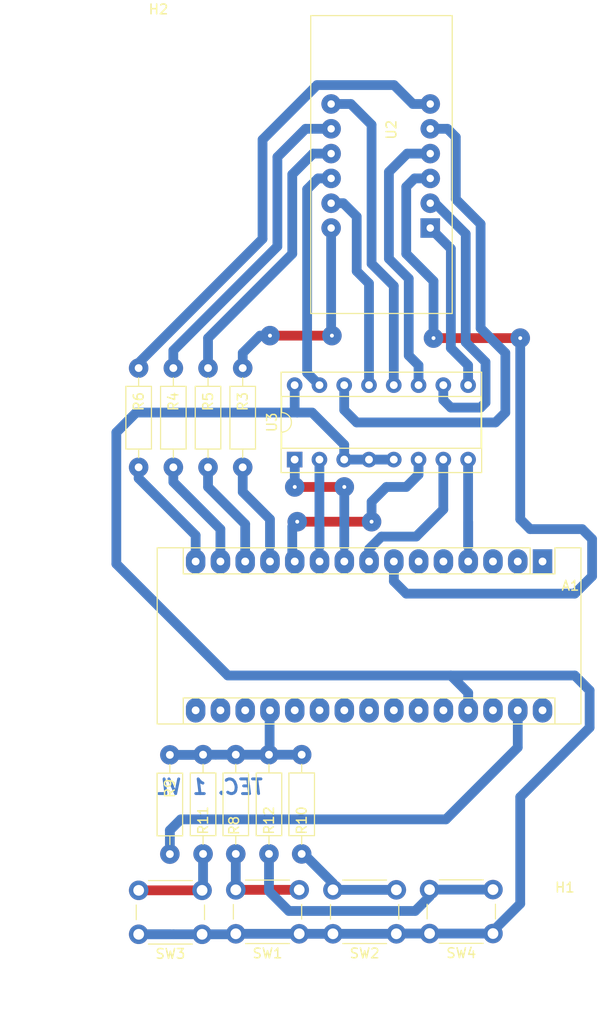
<source format=kicad_pcb>
(kicad_pcb (version 20211014) (generator pcbnew)
  (layers (0 "F.Cu" signal) (31 "B.Cu" signal) (34 "B.Paste" user) (35 "F.Paste" user) (36 "B.SilkS" user "B.Silkscreen") (37 "F.SilkS" user "F.Silkscreen") (38 "B.Mask" user) (39 "F.Mask" user) (44 "Edge.Cuts" user))
  (net 0 "")
  (net 2 "GND")
  (net 4 "/A")
  (net 10 "+5V")
  (net 12 "/a")
  (net 13 "/f")
  (net 14 "/b")
  (net 15 "/g")
  (net 16 "/c")
  (net 17 "/d")
  (net 18 "/e")
  (net 26 "Net-(R8-Pad2)")
  (net 27 "Net-(R6-Pad2)")
  (net 28 "Net-(R5-Pad2)")
  (net 29 "Net-(R4-Pad2)")
  (net 30 "Net-(R3-Pad2)")
  (net 31 "Net-(R12-Pad2)")
  (net 32 "Net-(R11-Pad2)")
  (net 33 "Net-(R10-Pad2)")
  (net 34 "/DPX")
  (net 35 "/CC4")
  (net 36 "/CC3")
  (net 37 "/CC2")
  (net 38 "/CC1")
  (net 39 "/A0")
  (net 40 "/B")
  (net 41 "/C")
  (net 42 "/D")
  (footprint "Buttons_Switches_ThroughHole:SW_PUSH_6mm_h5mm" (layer "F.Cu") (at 143.277165 127.149567 180)
    (fp_text reference "SW2" (at 3.25 -2 180) (layer "F.SilkS"))
    (fp_text value "SW_Push")
    (fp_line (start 1 5.5) (end 5.5 5.5) (layer "F.SilkS") (width 0.12))
    (fp_line (start 6.75 3) (end 6.75 1.5) (layer "F.SilkS") (width 0.12))
    (fp_line (start 5.5 -1) (end 1 -1) (layer "F.SilkS") (width 0.12))
    (fp_line (start -0.25 1.5) (end -0.25 3) (layer "F.SilkS") (width 0.12))
    (pad "1" thru_hole circle locked (at 0 0 270) (size 2 2) (drill 1.1) (layers *.Cu *.Mask) (net 10 "+5V"))
    (pad "1" thru_hole circle locked (at 6.5 0 270) (size 2 2) (drill 1.1) (layers *.Cu *.Mask) (net 10 "+5V"))
    (pad "2" thru_hole circle locked (at 6.5 4.5 270) (size 2 2) (drill 1.1) (layers *.Cu *.Mask) (net 33 "Net-(R10-Pad2)"))
    (pad "2" thru_hole circle locked (at 0 4.5 270) (size 2 2) (drill 1.1) (layers *.Cu *.Mask) (net 33 "Net-(R10-Pad2)"))
  )
  (footprint "Buttons_Switches_ThroughHole:SW_PUSH_6mm_h5mm" (layer "F.Cu") (at 153.183165 127.124167 180)
    (fp_text reference "SW4" (at 3.25 -2) (layer "F.SilkS"))
    (fp_text value "SW_Push")
    (fp_line (start 5.5 -1) (end 1 -1) (layer "F.SilkS") (width 0.12))
    (fp_line (start 6.75 3) (end 6.75 1.5) (layer "F.SilkS") (width 0.12))
    (fp_line (start -0.25 1.5) (end -0.25 3) (layer "F.SilkS") (width 0.12))
    (fp_line (start 1 5.5) (end 5.5 5.5) (layer "F.SilkS") (width 0.12))
    (pad "1" thru_hole circle locked (at 6.5 0 270) (size 2 2) (drill 1.1) (layers *.Cu *.Mask) (net 10 "+5V"))
    (pad "1" thru_hole circle locked (at 0 0 270) (size 2 2) (drill 1.1) (layers *.Cu *.Mask) (net 10 "+5V"))
    (pad "2" thru_hole circle locked (at 6.5 4.5 270) (size 2 2) (drill 1.1) (layers *.Cu *.Mask) (net 31 "Net-(R12-Pad2)"))
    (pad "2" thru_hole circle locked (at 0 4.5 270) (size 2 2) (drill 1.1) (layers *.Cu *.Mask) (net 31 "Net-(R12-Pad2)"))
  )
  (footprint "Buttons_Switches_ThroughHole:SW_PUSH_6mm_h5mm" (layer "F.Cu") (at 123.363565 127.200367 180)
    (fp_text reference "SW3" (at 3.25 -2 180) (layer "F.SilkS"))
    (fp_text value "SW_Push")
    (fp_line (start 5.5 -1) (end 1 -1) (layer "F.SilkS") (width 0.12))
    (fp_line (start 1 5.5) (end 5.5 5.5) (layer "F.SilkS") (width 0.12))
    (fp_line (start -0.25 1.5) (end -0.25 3) (layer "F.SilkS") (width 0.12))
    (fp_line (start 6.75 3) (end 6.75 1.5) (layer "F.SilkS") (width 0.12))
    (pad "1" thru_hole circle locked (at 0 0 270) (size 2 2) (drill 1.1) (layers *.Cu *.Mask) (net 10 "+5V"))
    (pad "1" thru_hole circle locked (at 6.5 0 270) (size 2 2) (drill 1.1) (layers *.Cu *.Mask) (net 10 "+5V"))
    (pad "2" thru_hole circle locked (at 0 4.5 270) (size 2 2) (drill 1.1) (layers *.Cu *.Mask) (net 32 "Net-(R11-Pad2)"))
    (pad "2" thru_hole circle locked (at 6.5 4.5 270) (size 2 2) (drill 1.1) (layers *.Cu *.Mask) (net 32 "Net-(R11-Pad2)"))
  )
  (footprint "Buttons_Switches_ThroughHole:SW_PUSH_6mm_h5mm" (layer "F.Cu") (at 133.320365 127.149567 180)
    (fp_text reference "SW1" (at 3.25 -2 180) (layer "F.SilkS"))
    (fp_text value "SW_Push")
    (fp_line (start 6.75 3) (end 6.75 1.5) (layer "F.SilkS") (width 0.12))
    (fp_line (start -0.25 1.5) (end -0.25 3) (layer "F.SilkS") (width 0.12))
    (fp_line (start 5.5 -1) (end 1 -1) (layer "F.SilkS") (width 0.12))
    (fp_line (start 1 5.5) (end 5.5 5.5) (layer "F.SilkS") (width 0.12))
    (pad "1" thru_hole circle locked (at 0 0 270) (size 2 2) (drill 1.1) (layers *.Cu *.Mask) (net 10 "+5V"))
    (pad "1" thru_hole circle locked (at 6.5 0 270) (size 2 2) (drill 1.1) (layers *.Cu *.Mask) (net 10 "+5V"))
    (pad "2" thru_hole circle locked (at 0 4.5 270) (size 2 2) (drill 1.1) (layers *.Cu *.Mask) (net 26 "Net-(R8-Pad2)"))
    (pad "2" thru_hole circle locked (at 6.5 4.5 270) (size 2 2) (drill 1.1) (layers *.Cu *.Mask) (net 26 "Net-(R8-Pad2)"))
  )
  (footprint "LibreriaCustumLemos:R_Axial_DIN0207_L6.3mm_D2.5mm_P10.16mm_Horizontal" (layer "F.Cu") (at 126.817965 108.810767 -90)
    (fp_text reference "R8" (at 7.247233 0.173565 -90) (layer "F.SilkS"))
    (fp_text value "1000")
    (fp_line (start 1.87 1.31) (end 8.29 1.31) (layer "F.SilkS") (width 0.12))
    (fp_line (start 9.18 0) (end 8.29 0) (layer "F.SilkS") (width 0.12))
    (fp_line (start 8.29 1.31) (end 8.29 -1.31) (layer "F.SilkS") (width 0.12))
    (fp_line (start 8.29 -1.31) (end 1.87 -1.31) (layer "F.SilkS") (width 0.12))
    (fp_line (start 1.87 -1.31) (end 1.87 1.31) (layer "F.SilkS") (width 0.12))
    (fp_line (start 0.98 0) (end 1.87 0) (layer "F.SilkS") (width 0.12))
    (pad "1" thru_hole circle locked (at 0 0 270) (size 2 2) (drill 0.8) (layers *.Cu *.Mask) (net 39 "/A0"))
    (pad "2" thru_hole circle locked (at 10.16 0 270) (size 2 2) (drill 0.8) (layers *.Cu *.Mask) (net 26 "Net-(R8-Pad2)"))
  )
  (footprint "LibreriaCustumLemos:R_Axial_DIN0207_L6.3mm_D2.5mm_P10.16mm_Horizontal" (layer "F.Cu") (at 120.061565 118.990767 90)
    (fp_text reference "R9" (at 6.731 0 90) (layer "F.SilkS"))
    (fp_text value "1000")
    (fp_line (start 8.29 -1.31) (end 1.87 -1.31) (layer "F.SilkS") (width 0.12))
    (fp_line (start 0.98 0) (end 1.87 0) (layer "F.SilkS") (width 0.12))
    (fp_line (start 1.87 -1.31) (end 1.87 1.31) (layer "F.SilkS") (width 0.12))
    (fp_line (start 9.18 0) (end 8.29 0) (layer "F.SilkS") (width 0.12))
    (fp_line (start 8.29 1.31) (end 8.29 -1.31) (layer "F.SilkS") (width 0.12))
    (fp_line (start 1.87 1.31) (end 8.29 1.31) (layer "F.SilkS") (width 0.12))
    (pad "1" thru_hole circle locked (at 0 0 90) (size 2 2) (drill 0.8) (layers *.Cu *.Mask) (net 2 "GND"))
    (pad "2" thru_hole circle locked (at 10.16 0 90) (size 2 2) (drill 0.8) (layers *.Cu *.Mask) (net 39 "/A0"))
  )
  (footprint "LibreriaCustumLemos:R_Axial_DIN0207_L6.3mm_D2.5mm_P10.16mm_Horizontal" (layer "F.Cu") (at 133.574365 108.810767 -90)
    (fp_text reference "R10" (at 6.731 0 -90) (layer "F.SilkS"))
    (fp_text value "2200")
    (fp_line (start 1.87 1.31) (end 8.29 1.31) (layer "F.SilkS") (width 0.12))
    (fp_line (start 8.29 1.31) (end 8.29 -1.31) (layer "F.SilkS") (width 0.12))
    (fp_line (start 1.87 -1.31) (end 1.87 1.31) (layer "F.SilkS") (width 0.12))
    (fp_line (start 8.29 -1.31) (end 1.87 -1.31) (layer "F.SilkS") (width 0.12))
    (fp_line (start 0.98 0) (end 1.87 0) (layer "F.SilkS") (width 0.12))
    (fp_line (start 9.18 0) (end 8.29 0) (layer "F.SilkS") (width 0.12))
    (pad "1" thru_hole circle locked (at 0 0 270) (size 2 2) (drill 0.8) (layers *.Cu *.Mask) (net 39 "/A0"))
    (pad "2" thru_hole circle locked (at 10.16 0 270) (size 2 2) (drill 0.8) (layers *.Cu *.Mask) (net 33 "Net-(R10-Pad2)"))
  )
  (footprint "LibreriaCustumLemos:R_Axial_DIN0207_L6.3mm_D2.5mm_P10.16mm_Horizontal" (layer "F.Cu") (at 130.221565 108.810767 -90)
    (fp_text reference "R12" (at 6.731 0 -90) (layer "F.SilkS"))
    (fp_text value "4700")
    (fp_line (start 8.29 1.31) (end 8.29 -1.31) (layer "F.SilkS") (width 0.12))
    (fp_line (start 0.98 0) (end 1.87 0) (layer "F.SilkS") (width 0.12))
    (fp_line (start 1.87 1.31) (end 8.29 1.31) (layer "F.SilkS") (width 0.12))
    (fp_line (start 9.18 0) (end 8.29 0) (layer "F.SilkS") (width 0.12))
    (fp_line (start 8.29 -1.31) (end 1.87 -1.31) (layer "F.SilkS") (width 0.12))
    (fp_line (start 1.87 -1.31) (end 1.87 1.31) (layer "F.SilkS") (width 0.12))
    (pad "1" thru_hole circle locked (at 0 0 270) (size 2 2) (drill 0.8) (layers *.Cu *.Mask) (net 39 "/A0"))
    (pad "2" thru_hole circle locked (at 10.16 0 270) (size 2 2) (drill 0.8) (layers *.Cu *.Mask) (net 31 "Net-(R12-Pad2)"))
  )
  (footprint "LibreriaCustumLemos:R_Axial_DIN0207_L6.3mm_D2.5mm_P10.16mm_Horizontal" (layer "F.Cu") (at 123.465165 108.810767 -90)
    (fp_text reference "R11" (at 6.731 0 90) (layer "F.SilkS"))
    (fp_text value "3300")
    (fp_line (start 8.29 -1.31) (end 1.87 -1.31) (layer "F.SilkS") (width 0.12))
    (fp_line (start 9.18 0) (end 8.29 0) (layer "F.SilkS") (width 0.12))
    (fp_line (start 0.98 0) (end 1.87 0) (layer "F.SilkS") (width 0.12))
    (fp_line (start 8.29 1.31) (end 8.29 -1.31) (layer "F.SilkS") (width 0.12))
    (fp_line (start 1.87 -1.31) (end 1.87 1.31) (layer "F.SilkS") (width 0.12))
    (fp_line (start 1.87 1.31) (end 8.29 1.31) (layer "F.SilkS") (width 0.12))
    (pad "1" thru_hole circle locked (at 0 0 270) (size 2 2) (drill 0.8) (layers *.Cu *.Mask) (net 39 "/A0"))
    (pad "2" thru_hole circle locked (at 10.16 0 270) (size 2 2) (drill 0.8) (layers *.Cu *.Mask) (net 32 "Net-(R11-Pad2)"))
  )
  (footprint "Display_7Segment:CL3641BB" (layer "F.Cu") (at 141.753165 48.886767 90)
    (fp_text reference "U2" (at 4.064 1.016 90) (layer "F.SilkS"))
    (fp_text value "CC56-12EWA")
    (fp_line (start 15.75 7.25) (end 15.75 -7.25) (layer "F.SilkS") (width 0.12))
    (fp_line (start -14.75 7.25) (end 15.75 7.25) (layer "F.SilkS") (width 0.12))
    (fp_line (start 15.75 -7.25) (end -14.75 -7.25) (layer "F.SilkS") (width 0.12))
    (fp_line (start -14.75 -7.25) (end -14.75 7.25) (layer "F.SilkS") (width 0.12))
    (pad "1" thru_hole rect locked (at -6 5 90) (size 2 2) (drill 0.762) (layers *.Cu *.Mask) (net 18 "/e"))
    (pad "2" thru_hole circle locked (at -3.46 5 90) (size 2 2) (drill 0.762) (layers *.Cu *.Mask) (net 17 "/d"))
    (pad "3" thru_hole circle locked (at -0.92 5 90) (size 2 2) (drill 0.762) (layers *.Cu *.Mask) (net 34 "/DPX"))
    (pad "4" thru_hole circle locked (at 1.62 5 90) (size 2 2) (drill 0.762) (layers *.Cu *.Mask) (net 16 "/c"))
    (pad "5" thru_hole circle locked (at 4.16 5 90) (size 2 2) (drill 0.762) (layers *.Cu *.Mask) (net 15 "/g"))
    (pad "6" thru_hole circle locked (at 6.7 5 90) (size 2 2) (drill 0.762) (layers *.Cu *.Mask) (net 27 "Net-(R6-Pad2)"))
    (pad "7" thru_hole circle locked (at 6.7 -5.16 90) (size 2 2) (drill 0.762) (layers *.Cu *.Mask) (net 14 "/b"))
    (pad "8" thru_hole circle locked (at 4.16 -5.16 90) (size 2 2) (drill 0.762) (layers *.Cu *.Mask) (net 29 "Net-(R4-Pad2)"))
    (pad "9" thru_hole circle locked (at 1.62 -5.16 90) (size 2 2) (drill 0.762) (layers *.Cu *.Mask) (net 28 "Net-(R5-Pad2)"))
    (pad "10" thru_hole circle locked (at -0.92 -5.16 90) (size 2 2) (drill 0.762) (layers *.Cu *.Mask) (net 13 "/f"))
    (pad "11" thru_hole circle locked (at -3.46 -5.16 90) (size 2 2) (drill 0.762) (layers *.Cu *.Mask) (net 12 "/a"))
    (pad "12" thru_hole circle locked (at -6 -5.16 90) (size 2 2) (drill 0.762) (layers *.Cu *.Mask) (net 30 "Net-(R3-Pad2)"))
  )
  (footprint "LibreriaCustomLemos:Arduino_Nano_WithMountingHoles" (layer "F.Cu") (at 158.263165 89.028767 -90)
    (fp_text reference "A1" (at 2.4765 -2.8575) (layer "F.SilkS"))
    (fp_text value "Arduino_Nano_v3.x")
    (fp_line (start 1.27 1.27) (end -1.4 1.27) (layer "F.SilkS") (width 0.12))
    (fp_line (start 13.97 -1.27) (end 13.97 36.83) (layer "F.SilkS") (width 0.12))
    (fp_line (start 1.27 1.27) (end 1.27 36.83) (layer "F.SilkS") (width 0.12))
    (fp_line (start 1.27 -1.27) (end -1.4 -1.27) (layer "F.SilkS") (width 0.12))
    (fp_line (start 16.64 -3.94) (end -1.4 -3.94) (layer "F.SilkS") (width 0.12))
    (fp_line (start 13.97 -1.27) (end 16.64 -1.27) (layer "F.SilkS") (width 0.12))
    (fp_line (start 1.27 1.27) (end 1.27 -1.27) (layer "F.SilkS") (width 0.12))
    (fp_line (start -1.4 1.27) (end -1.4 39.5) (layer "F.SilkS") (width 0.12))
    (fp_line (start 13.97 36.83) (end 16.64 36.83) (layer "F.SilkS") (width 0.12))
    (fp_line (start 16.64 39.5) (end 16.64 -3.94) (layer "F.SilkS") (width 0.12))
    (fp_line (start -1.4 39.5) (end 16.64 39.5) (layer "F.SilkS") (width 0.12))
    (fp_line (start 1.27 36.83) (end -1.4 36.83) (layer "F.SilkS") (width 0.12))
    (fp_line (start -1.4 -3.94) (end -1.4 -1.27) (layer "F.SilkS") (width 0.12))
    (pad "" np_thru_hole circle locked (at 15.24 -2.54 270) (size 1.78 1.78) (drill 1.78) (layers *.Cu *.Mask))
    (pad "" np_thru_hole circle locked (at 0 38.1 270) (size 1.78 1.78) (drill 1.78) (layers *.Cu *.Mask))
    (pad "" np_thru_hole circle locked (at 15.24 38.1 270) (size 1.78 1.78) (drill 1.78) (layers *.Cu *.Mask))
    (pad "" np_thru_hole circle locked (at 0 -2.54 270) (size 1.78 1.78) (drill 1.78) (layers *.Cu *.Mask))
    (pad "1" thru_hole rect locked (at 0 0 270) (size 2.5 2) (drill 0.8) (layers *.Cu *.Mask))
    (pad "2" thru_hole oval locked (at 0 2.54 270) (size 2.5 2) (drill 0.8) (layers *.Cu *.Mask))
    (pad "3" thru_hole oval locked (at 0 5.08 270) (size 2.5 2) (drill 0.8) (layers *.Cu *.Mask))
    (pad "4" thru_hole oval locked (at 0 7.62 270) (size 2.5 2) (drill 0.8) (layers *.Cu *.Mask) (net 2 "GND"))
    (pad "5" thru_hole oval locked (at 0 10.16 270) (size 2.5 2) (drill 0.8) (layers *.Cu *.Mask))
    (pad "6" thru_hole oval locked (at 0 12.7 270) (size 2.5 2) (drill 0.8) (layers *.Cu *.Mask))
    (pad "7" thru_hole oval locked (at 0 15.24 270) (size 2.5 2) (drill 0.8) (layers *.Cu *.Mask) (net 34 "/DPX"))
    (pad "8" thru_hole oval locked (at 0 17.78 270) (size 2.5 2) (drill 0.8) (layers *.Cu *.Mask) (net 4 "/A"))
    (pad "9" thru_hole oval locked (at 0 20.32 270) (size 2.5 2) (drill 0.8) (layers *.Cu *.Mask) (net 40 "/B"))
    (pad "10" thru_hole oval locked (at 0 22.86 270) (size 2.5 2) (drill 0.8) (layers *.Cu *.Mask) (net 41 "/C"))
    (pad "11" thru_hole oval locked (at 0 25.4 270) (size 2.5 2) (drill 0.8) (layers *.Cu *.Mask) (net 42 "/D"))
    (pad "12" thru_hole oval locked (at 0 27.94 270) (size 2.5 2) (drill 0.8) (layers *.Cu *.Mask) (net 38 "/CC1"))
    (pad "13" thru_hole oval locked (at 0 30.48 270) (size 2.5 2) (drill 0.8) (layers *.Cu *.Mask) (net 37 "/CC2"))
    (pad "14" thru_hole oval locked (at 0 33.02 270) (size 2.5 2) (drill 0.8) (layers *.Cu *.Mask) (net 36 "/CC3"))
    (pad "15" thru_hole oval locked (at 0 35.56 270) (size 2.5 2) (drill 0.8) (layers *.Cu *.Mask) (net 35 "/CC4"))
    (pad "16" thru_hole oval locked (at 15.24 35.56 270) (size 2.5 2) (drill 0.8) (layers *.Cu *.Mask))
    (pad "17" thru_hole oval locked (at 15.24 33.02 270) (size 2.5 2) (drill 0.8) (layers *.Cu *.Mask))
    (pad "18" thru_hole oval locked (at 15.24 30.48 270) (size 2.5 2) (drill 0.8) (layers *.Cu *.Mask))
    (pad "19" thru_hole oval locked (at 15.24 27.94 270) (size 2.5 2) (drill 0.8) (layers *.Cu *.Mask) (net 39 "/A0"))
    (pad "20" thru_hole oval locked (at 15.24 25.4 270) (size 2.5 2) (drill 0.8) (layers *.Cu *.Mask))
    (pad "21" thru_hole oval locked (at 15.24 22.86 270) (size 2.5 2) (drill 0.8) (layers *.Cu *.Mask))
    (pad "22" thru_hole oval locked (at 15.24 20.32 270) (size 2.5 2) (drill 0.8) (layers *.Cu *.Mask))
    (pad "23" thru_hole oval locked (at 15.24 17.78 270) (size 2.5 2) (drill 0.8) (layers *.Cu *.Mask))
    (pad "24" thru_hole oval locked (at 15.24 15.24 270) (size 2.5 2) (drill 0.8) (layers *.Cu *.Mask))
    (pad "25" thru_hole oval locked (at 15.24 12.7 270) (size 2.5 2) (drill 0.8) (layers *.Cu *.Mask))
    (pad "26" thru_hole oval locked (at 15.24 10.16 270) (size 2.5 2) (drill 0.8) (layers *.Cu *.Mask))
    (pad "27" thru_hole oval locked (at 15.24 7.62 270) (size 2.5 2) (drill 0.8) (layers *.Cu *.Mask) (net 10 "+5V"))
    (pad "28" thru_hole oval locked (at 15.24 5.08 270) (size 2.5 2) (drill 0.8) (layers *.Cu *.Mask))
    (pad "29" thru_hole oval locked (at 15.24 2.54 270) (size 2.5 2) (drill 0.8) (layers *.Cu *.Mask) (net 2 "GND"))
    (pad "30" thru_hole oval locked (at 15.24 0 270) (size 2.5 2) (drill 0.8) (layers *.Cu *.Mask))
  )
  (footprint "LibreriaCustumLemos:R_Axial_DIN0207_L6.3mm_D2.5mm_P10.16mm_Horizontal" (layer "F.Cu") (at 123.973165 79.386767 90)
    (fp_text reference "R5" (at 6.731 0 90) (layer "F.SilkS"))
    (fp_text value "470")
    (fp_line (start 9.18 0) (end 8.29 0) (layer "F.SilkS") (width 0.12))
    (fp_line (start 8.29 -1.31) (end 1.87 -1.31) (layer "F.SilkS") (width 0.12))
    (fp_line (start 8.29 1.31) (end 8.29 -1.31) (layer "F.SilkS") (width 0.12))
    (fp_line (start 1.87 1.31) (end 8.29 1.31) (layer "F.SilkS") (width 0.12))
    (fp_line (start 1.87 -1.31) (end 1.87 1.31) (layer "F.SilkS") (width 0.12))
    (fp_line (start 0.98 0) (end 1.87 0) (layer "F.SilkS") (width 0.12))
    (pad "1" thru_hole circle locked (at 0 0 90) (size 2 2) (drill 0.8) (layers *.Cu *.Mask) (net 37 "/CC2"))
    (pad "2" thru_hole circle locked (at 10.16 0 90) (size 2 2) (drill 0.8) (layers *.Cu *.Mask) (net 28 "Net-(R5-Pad2)"))
  )
  (footprint "LibreriaCustumLemos:R_Axial_DIN0207_L6.3mm_D2.5mm_P10.16mm_Horizontal" (layer "F.Cu") (at 116.861165 79.386767 90)
    (fp_text reference "R6" (at 6.731 0 90) (layer "F.SilkS"))
    (fp_text value "470")
    (fp_line (start 8.29 -1.31) (end 1.87 -1.31) (layer "F.SilkS") (width 0.12))
    (fp_line (start 1.87 1.31) (end 8.29 1.31) (layer "F.SilkS") (width 0.12))
    (fp_line (start 0.98 0) (end 1.87 0) (layer "F.SilkS") (width 0.12))
    (fp_line (start 8.29 1.31) (end 8.29 -1.31) (layer "F.SilkS") (width 0.12))
    (fp_line (start 9.18 0) (end 8.29 0) (layer "F.SilkS") (width 0.12))
    (fp_line (start 1.87 -1.31) (end 1.87 1.31) (layer "F.SilkS") (width 0.12))
    (pad "1" thru_hole circle locked (at 0 0 90) (size 2 2) (drill 0.8) (layers *.Cu *.Mask) (net 35 "/CC4"))
    (pad "2" thru_hole circle locked (at 10.16 0 90) (size 2 2) (drill 0.8) (layers *.Cu *.Mask) (net 27 "Net-(R6-Pad2)"))
  )
  (footprint "LibreriaCustumLemos:R_Axial_DIN0207_L6.3mm_D2.5mm_P10.16mm_Horizontal" (layer "F.Cu") (at 127.529165 79.386767 90)
    (fp_text reference "R3" (at 6.731 0 90) (layer "F.SilkS"))
    (fp_text value "470")
    (fp_line (start 9.18 0) (end 8.29 0) (layer "F.SilkS") (width 0.12))
    (fp_line (start 8.29 -1.31) (end 1.87 -1.31) (layer "F.SilkS") (width 0.12))
    (fp_line (start 1.87 -1.31) (end 1.87 1.31) (layer "F.SilkS") (width 0.12))
    (fp_line (start 8.29 1.31) (end 8.29 -1.31) (layer "F.SilkS") (width 0.12))
    (fp_line (start 0.98 0) (end 1.87 0) (layer "F.SilkS") (width 0.12))
    (fp_line (start 1.87 1.31) (end 8.29 1.31) (layer "F.SilkS") (width 0.12))
    (pad "1" thru_hole circle locked (at 0 0 90) (size 2 2) (drill 0.8) (layers *.Cu *.Mask) (net 38 "/CC1"))
    (pad "2" thru_hole circle locked (at 10.16 0 90) (size 2 2) (drill 0.8) (layers *.Cu *.Mask) (net 30 "Net-(R3-Pad2)"))
  )
  (footprint "LibreriaCustumLemos:R_Axial_DIN0207_L6.3mm_D2.5mm_P10.16mm_Horizontal" (layer "F.Cu") (at 120.417165 79.386767 90)
    (fp_text reference "R4" (at 6.731 0 90) (layer "F.SilkS"))
    (fp_text value "470")
    (fp_line (start 9.18 0) (end 8.29 0) (layer "F.SilkS") (width 0.12))
    (fp_line (start 1.87 -1.31) (end 1.87 1.31) (layer "F.SilkS") (width 0.12))
    (fp_line (start 1.87 1.31) (end 8.29 1.31) (layer "F.SilkS") (width 0.12))
    (fp_line (start 0.98 0) (end 1.87 0) (layer "F.SilkS") (width 0.12))
    (fp_line (start 8.29 -1.31) (end 1.87 -1.31) (layer "F.SilkS") (width 0.12))
    (fp_line (start 8.29 1.31) (end 8.29 -1.31) (layer "F.SilkS") (width 0.12))
    (pad "1" thru_hole circle locked (at 0 0 90) (size 2 2) (drill 0.8) (layers *.Cu *.Mask) (net 36 "/CC3"))
    (pad "2" thru_hole circle locked (at 10.16 0 90) (size 2 2) (drill 0.8) (layers *.Cu *.Mask) (net 29 "Net-(R4-Pad2)"))
  )
  (footprint "Package_DIP:DIP-16_W7.62mm_Socket" (layer "F.Cu") (at 132.853165 78.594767 90)
    (fp_text reference "U3" (at 3.81 -2.33 90) (layer "F.SilkS"))
    (fp_text value "74LS47")
    (fp_line (start 6.46 -1.33) (end 4.81 -1.33) (layer "F.SilkS") (width 0.12))
    (fp_line (start -1.33 -1.39) (end -1.33 19.17) (layer "F.SilkS") (width 0.12))
    (fp_line (start 8.95 -1.39) (end -1.33 -1.39) (layer "F.SilkS") (width 0.12))
    (fp_line (start -1.33 19.17) (end 8.95 19.17) (layer "F.SilkS") (width 0.12))
    (fp_line (start 8.95 19.17) (end 8.95 -1.39) (layer "F.SilkS") (width 0.12))
    (fp_line (start 6.46 19.11) (end 6.46 -1.33) (layer "F.SilkS") (width 0.12))
    (fp_line (start 2.81 -1.33) (end 1.16 -1.33) (layer "F.SilkS") (width 0.12))
    (fp_line (start 1.16 -1.33) (end 1.16 19.11) (layer "F.SilkS") (width 0.12))
    (fp_line (start 1.16 19.11) (end 6.46 19.11) (layer "F.SilkS") (width 0.12))
    (fp_arc (start 4.81 -1.33) (mid 3.81 -0.33) (end 2.81 -1.33) (layer "F.SilkS") (width 0.12))
    (pad "1" thru_hole rect (at 0 0 90) (size 1.6 1.6) (drill 0.8) (layers *.Cu *.Mask) (net 40 "/B"))
    (pad "2" thru_hole oval (at 0 2.54 90) (size 1.6 1.6) (drill 0.8) (layers *.Cu *.Mask) (net 41 "/C"))
    (pad "3" thru_hole oval (at 0 5.08 90) (size 1.6 1.6) (drill 0.8) (layers *.Cu *.Mask) (net 10 "+5V"))
    (pad "4" thru_hole oval (at 0 7.62 90) (size 1.6 1.6) (drill 0.8) (layers *.Cu *.Mask) (net 10 "+5V"))
    (pad "5" thru_hole oval (at 0 10.16 90) (size 1.6 1.6) (drill 0.8) (layers *.Cu *.Mask) (net 10 "+5V"))
    (pad "6" thru_hole oval (at 0 12.7 90) (size 1.6 1.6) (drill 0.8) (layers *.Cu *.Mask) (net 42 "/D"))
    (pad "7" thru_hole oval (at 0 15.24 90) (size 1.6 1.6) (drill 0.8) (layers *.Cu *.Mask) (net 4 "/A"))
    (pad "8" thru_hole oval (at 0 17.78 90) (size 1.6 1.6) (drill 0.8) (layers *.Cu *.Mask) (net 2 "GND"))
    (pad "9" thru_hole oval (at 7.62 17.78 90) (size 1.6 1.6) (drill 0.8) (layers *.Cu *.Mask) (net 18 "/e"))
    (pad "10" thru_hole oval (at 7.62 15.24 90) (size 1.6 1.6) (drill 0.8) (layers *.Cu *.Mask) (net 17 "/d"))
    (pad "11" thru_hole oval (at 7.62 12.7 90) (size 1.6 1.6) (drill 0.8) (layers *.Cu *.Mask) (net 16 "/c"))
    (pad "12" thru_hole oval (at 7.62 10.16 90) (size 1.6 1.6) (drill 0.8) (layers *.Cu *.Mask) (net 14 "/b"))
    (pad "13" thru_hole oval (at 7.62 7.62 90) (size 1.6 1.6) (drill 0.8) (layers *.Cu *.Mask) (net 12 "/a"))
    (pad "14" thru_hole oval (at 7.62 5.08 90) (size 1.6 1.6) (drill 0.8) (layers *.Cu *.Mask) (net 15 "/g"))
    (pad "15" thru_hole oval (at 7.62 2.54 90) (size 1.6 1.6) (drill 0.8) (layers *.Cu *.Mask) (net 13 "/f"))
    (pad "16" thru_hole oval (at 7.62 0 90) (size 1.6 1.6) (drill 0.8) (layers *.Cu *.Mask) (net 10 "+5V"))
  )
  (footprint "MountingHole:MountingHole_3.2mm_M3" (layer "F.Cu") (at 160.549165 126.610767)
    (fp_text reference "H1" (at 0 -4.2) (layer "F.SilkS"))
    (fp_text value "MountingHole")
    (pad "" np_thru_hole circle (at 0 0) (size 3.2 3.2) (drill 3.2) (layers *.Cu *.Mask))
  )
  (footprint "MountingHole:MountingHole_3.2mm_M3" (layer "F.Cu") (at 118.893165 36.694767)
    (fp_text reference "H2" (at 0 -4.2) (layer "F.SilkS"))
    (fp_text value "MountingHole")
    (pad "" np_thru_hole circle (at 0 0) (size 3.2 3.2) (drill 3.2) (layers *.Cu *.Mask))
  )
  (gr_text "TEC. 1 VL\n" (at 124.252565 112.112767) (layer "B.Cu") (effects (font (size 1.5 1.5) (thickness 0.3) italic) (justify mirror)))
  (segment (start 150.633165 78.594767) (end 150.633165 87.494767) (width 1) (layer "B.Cu") (net 2))
  (segment (start 120.061565 116.552367) (end 120.061565 118.990767) (width 1) (layer "B.Cu") (net 2))
  (segment (start 150.633165 87.494767) (end 150.643165 87.504767) (width 1) (layer "B.Cu") (net 2))
  (segment (start 148.357165 115.434767) (end 121.179165 115.434767) (width 1) (layer "B.Cu") (net 2))
  (segment (start 155.723165 108.068767) (end 148.357165 115.434767) (width 1) (layer "B.Cu") (net 2))
  (segment (start 121.179165 115.434767) (end 120.061565 116.552367) (width 1) (layer "B.Cu") (net 2))
  (segment (start 150.643165 87.504767) (end 150.643165 84.964767) (width 1) (layer "B.Cu") (net 2))
  (segment (start 155.723165 104.268767) (end 155.723165 108.068767) (width 1) (layer "B.Cu") (net 2))
  (segment (start 145.309165 86.478767) (end 148.093165 83.694767) (width 1) (layer "B.Cu") (net 4))
  (segment (start 140.483165 89.028767) (end 140.483165 87.748767) (width 1) (layer "B.Cu") (net 4))
  (segment (start 141.753165 86.478767) (end 145.309165 86.478767) (width 1) (layer "B.Cu") (net 4))
  (segment (start 140.483165 87.748767) (end 141.753165 86.478767) (width 1) (layer "B.Cu") (net 4))
  (segment (start 148.093165 83.694767) (end 148.093165 78.594767) (width 1) (layer "B.Cu") (net 4))
  (segment (start 143.302565 127.124167) (end 143.277165 127.149567) (width 1) (layer "B.Cu") (net 10))
  (segment (start 134.641165 73.778767) (end 133.117165 73.778767) (width 1) (layer "B.Cu") (net 10))
  (segment (start 155.977165 113.148767) (end 155.977165 124.070767) (width 1) (layer "B.Cu") (net 10))
  (segment (start 148.865165 100.702767) (end 161.565165 100.702767) (width 1) (layer "B.Cu") (net 10))
  (segment (start 136.777165 127.149567) (end 133.320365 127.149567) (width 1) (layer "B.Cu") (net 10))
  (segment (start 114.575165 75.810767) (end 114.575165 89.272767) (width 1) (layer "B.Cu") (net 10))
  (segment (start 126.005165 100.702767) (end 148.865165 100.702767) (width 1) (layer "B.Cu") (net 10))
  (segment (start 133.117165 73.778767) (end 116.607165 73.778767) (width 1) (layer "B.Cu") (net 10))
  (segment (start 133.117165 73.778767) (end 132.853165 73.514767) (width 1) (layer "B.Cu") (net 10))
  (segment (start 163.089165 106.036767) (end 155.977165 113.148767) (width 1) (layer "B.Cu") (net 10))
  (segment (start 153.183165 126.864767) (end 153.183165 127.124167) (width 1) (layer "B.Cu") (net 10))
  (segment (start 116.607165 73.778767) (end 114.575165 75.810767) (width 1) (layer "B.Cu") (net 10))
  (segment (start 153.183165 127.124167) (end 146.683165 127.124167) (width 1) (layer "B.Cu") (net 10))
  (segment (start 146.683165 127.124167) (end 143.302565 127.124167) (width 1) (layer "B.Cu") (net 10))
  (segment (start 163.089165 102.226767) (end 163.089165 106.036767) (width 1) (layer "B.Cu") (net 10))
  (segment (start 126.769565 127.200367) (end 126.820365 127.149567) (width 1) (layer "B.Cu") (net 10))
  (segment (start 120.442565 127.200367) (end 123.363565 127.200367) (width 1) (layer "B.Cu") (net 10))
  (segment (start 155.977165 124.070767) (end 153.183165 126.864767) (width 1) (layer "B.Cu") (net 10))
  (segment (start 132.853165 73.514767) (end 132.853165 70.974767) (width 1) (layer "B.Cu") (net 10))
  (segment (start 116.863565 127.200367) (end 120.061565 127.200367) (width 1) (layer "B.Cu") (net 10))
  (segment (start 114.575165 89.272767) (end 126.005165 100.702767) (width 1) (layer "B.Cu") (net 10))
  (segment (start 137.933165 78.594767) (end 143.013165 78.594767) (width 1) (layer "B.Cu") (net 10))
  (segment (start 116.863565 127.200367) (end 120.442565 127.200367) (width 1) (layer "B.Cu") (net 10))
  (segment (start 137.933165 77.070767) (end 134.641165 73.778767) (width 1) (layer "B.Cu") (net 10))
  (segment (start 148.865165 100.702767) (end 150.643165 102.480767) (width 1) (layer "B.Cu") (net 10))
  (segment (start 123.363565 127.200367) (end 126.769565 127.200367) (width 1) (layer "B.Cu") (net 10))
  (segment (start 133.320365 127.149567) (end 126.820365 127.149567) (width 1) (layer "B.Cu") (net 10))
  (segment (start 161.565165 100.702767) (end 163.089165 102.226767) (width 1) (layer "B.Cu") (net 10))
  (segment (start 143.277165 127.149567) (end 136.777165 127.149567) (width 1) (layer "B.Cu") (net 10))
  (segment (start 150.643165 102.480767) (end 150.643165 104.268767) (width 1) (layer "B.Cu") (net 10))
  (segment (start 137.933165 78.594767) (end 137.933165 77.070767) (width 1) (layer "B.Cu") (net 10))
  (segment (start 139.213165 53.712767) (end 137.847165 52.346767) (width 1) (layer "B.Cu") (net 12))
  (segment (start 137.847165 52.346767) (end 136.593165 52.346767) (width 1) (layer "B.Cu") (net 12))
  (segment (start 140.473165 70.974767) (end 140.473165 60.560767) (width 1) (layer "B.Cu") (net 12))
  (segment (start 139.213165 59.300767) (end 139.213165 53.712767) (width 1) (layer "B.Cu") (net 12))
  (segment (start 140.473165 60.560767) (end 139.213165 59.300767) (width 1) (layer "B.Cu") (net 12))
  (segment (start 134.133165 50.918767) (end 134.133165 69.714767) (width 1) (layer "B.Cu") (net 13))
  (segment (start 135.245165 49.806767) (end 134.133165 50.918767) (width 1) (layer "B.Cu") (net 13))
  (segment (start 134.133165 69.714767) (end 135.393165 70.974767) (width 1) (layer "B.Cu") (net 13))
  (segment (start 136.593165 49.806767) (end 135.245165 49.806767) (width 1) (layer "B.Cu") (net 13))
  (segment (start 138.609165 42.186767) (end 136.593165 42.186767) (width 1) (layer "B.Cu") (net 14))
  (segment (start 143.013165 60.814767) (end 140.737165 58.538767) (width 1) (layer "B.Cu") (net 14))
  (segment (start 140.737165 58.538767) (end 140.737165 44.314767) (width 1) (layer "B.Cu") (net 14))
  (segment (start 143.013165 70.974767) (end 143.013165 60.814767) (width 1) (layer "B.Cu") (net 14))
  (segment (start 140.737165 44.314767) (end 138.609165 42.186767) (width 1) (layer "B.Cu") (net 14))
  (segment (start 139.213165 74.794767) (end 153.437165 74.794767) (width 1) (layer "B.Cu") (net 15))
  (segment (start 154.453165 73.778767) (end 154.453165 67.682767) (width 1) (layer "B.Cu") (net 15))
  (segment (start 137.933165 70.974767) (end 137.933165 73.514767) (width 1) (layer "B.Cu") (net 15))
  (segment (start 151.913165 54.474767) (end 149.373165 51.934767) (width 1) (layer "B.Cu") (net 15))
  (segment (start 154.453165 67.682767) (end 151.913165 65.142767) (width 1) (layer "B.Cu") (net 15))
  (segment (start 137.933165 73.514767) (end 139.213165 74.794767) (width 1) (layer "B.Cu") (net 15))
  (segment (start 149.373165 51.934767) (end 149.373165 45.584767) (width 1) (layer "B.Cu") (net 15))
  (segment (start 151.913165 65.142767) (end 151.913165 54.474767) (width 1) (layer "B.Cu") (net 15))
  (segment (start 153.437165 74.794767) (end 154.453165 73.778767) (width 1) (layer "B.Cu") (net 15))
  (segment (start 148.515165 44.726767) (end 146.753165 44.726767) (width 1) (layer "B.Cu") (net 15))
  (segment (start 149.373165 45.584767) (end 148.515165 44.726767) (width 1) (layer "B.Cu") (net 15))
  (segment (start 142.515165 49.140767) (end 144.389165 47.266767) (width 1) (layer "B.Cu") (net 16))
  (segment (start 145.553165 68.942767) (end 144.547165 67.936767) (width 1) (layer "B.Cu") (net 16))
  (segment (start 145.553165 70.974767) (end 145.553165 68.942767) (width 1) (layer "B.Cu") (net 16))
  (segment (start 144.547165 60.062767) (end 142.515165 58.030767) (width 1) (layer "B.Cu") (net 16))
  (segment (start 144.389165 47.266767) (end 146.753165 47.266767) (width 1) (layer "B.Cu") (net 16))
  (segment (start 142.515165 58.030767) (end 142.515165 49.140767) (width 1) (layer "B.Cu") (net 16))
  (segment (start 144.547165 67.936767) (end 144.547165 60.062767) (width 1) (layer "B.Cu") (net 16))
  (segment (start 152.421165 68.612578) (end 150.389165 66.580578) (width 1) (layer "B.Cu") (net 17))
  (segment (start 150.389165 55.490767) (end 147.245165 52.346767) (width 1) (layer "B.Cu") (net 17))
  (segment (start 150.389165 66.580578) (end 150.389165 55.490767) (width 1) (layer "B.Cu") (net 17))
  (segment (start 152.421165 72.762767) (end 152.421165 68.612578) (width 1) (layer "B.Cu") (net 17))
  (segment (start 148.865165 73.270767) (end 151.913165 73.270767) (width 1) (layer "B.Cu") (net 17))
  (segment (start 148.093165 70.974767) (end 148.093165 72.498767) (width 1) (layer "B.Cu") (net 17))
  (segment (start 148.093165 72.498767) (end 148.865165 73.270767) (width 1) (layer "B.Cu") (net 17))
  (segment (start 151.913165 73.270767) (end 152.421165 72.762767) (width 1) (layer "B.Cu") (net 17))
  (segment (start 147.245165 52.346767) (end 146.753165 52.346767) (width 1) (layer "B.Cu") (net 17))
  (segment (start 148.865165 56.998767) (end 147.190685 55.324287) (width 1) (layer "B.Cu") (net 18))
  (segment (start 150.633165 68.942767) (end 148.865165 67.174767) (width 1) (layer "B.Cu") (net 18))
  (segment (start 150.633165 70.974767) (end 150.633165 68.942767) (width 1) (layer "B.Cu") (net 18))
  (segment (start 147.190685 55.324287) (end 146.753165 55.324287) (width 1) (layer "B.Cu") (net 18))
  (segment (start 148.865165 67.174767) (end 148.865165 56.998767) (width 1) (layer "B.Cu") (net 18))
  (segment (start 133.320365 122.649567) (end 126.820365 122.649567) (width 1) (layer "F.Cu") (net 26))
  (segment (start 126.817965 122.647167) (end 126.820365 122.649567) (width 1) (layer "B.Cu") (net 26))
  (segment (start 126.817965 118.640567) (end 126.817965 122.647167) (width 1) (layer "B.Cu") (net 26))
  (segment (start 135.149165 40.250767) (end 143.039165 40.250767) (width 1) (layer "B.Cu") (net 27))
  (segment (start 129.561165 45.838767) (end 135.149165 40.250767) (width 1) (layer "B.Cu") (net 27))
  (segment (start 144.975165 42.186767) (end 146.753165 42.186767) (width 1) (layer "B.Cu") (net 27))
  (segment (start 116.861165 69.226767) (end 116.861165 68.698767) (width 1) (layer "B.Cu") (net 27))
  (segment (start 143.039165 40.250767) (end 144.975165 42.186767) (width 1) (layer "B.Cu") (net 27))
  (segment (start 116.861165 68.698767) (end 129.561165 55.998767) (width 1) (layer "B.Cu") (net 27))
  (segment (start 129.561165 55.998767) (end 129.561165 45.838767) (width 1) (layer "B.Cu") (net 27))
  (segment (start 132.609165 49.394767) (end 134.737165 47.266767) (width 1) (layer "B.Cu") (net 28))
  (segment (start 132.609165 57.522767) (end 132.609165 49.394767) (width 1) (layer "B.Cu") (net 28))
  (segment (start 123.973165 69.226767) (end 123.973165 66.158767) (width 1) (layer "B.Cu") (net 28))
  (segment (start 123.973165 66.158767) (end 132.609165 57.522767) (width 1) (layer "B.Cu") (net 28))
  (segment (start 134.737165 47.266767) (end 136.593165 47.266767) (width 1) (layer "B.Cu") (net 28))
  (segment (start 120.417165 69.226767) (end 120.417165 67.428767) (width 1) (layer "B.Cu") (net 29))
  (segment (start 120.417165 67.428767) (end 131.085165 56.760767) (width 1) (layer "B.Cu") (net 29))
  (segment (start 131.085165 56.760767) (end 131.085165 47.616767) (width 1) (layer "B.Cu") (net 29))
  (segment (start 133.975165 44.726767) (end 136.593165 44.726767) (width 1) (layer "B.Cu") (net 29))
  (segment (start 131.085165 47.616767) (end 133.975165 44.726767) (width 1) (layer "B.Cu") (net 29))
  (segment (start 130.323165 65.904767) (end 136.673165 65.904767) (width 1) (layer "F.Cu") (net 30))
  (via (at 130.323165 65.904767) (size 2) (drill 0.4) (layers "F.Cu" "B.Cu") (net 30))
  (via (at 136.673165 65.904767) (size 2) (drill 0.4) (layers "F.Cu" "B.Cu") (net 30))
  (segment (start 136.673165 65.904767) (end 136.593165 65.824767) (width 1) (layer "B.Cu") (net 30))
  (segment (start 129.307165 65.904767) (end 130.323165 65.904767) (width 1) (layer "B.Cu") (net 30))
  (segment (start 127.529165 69.226767) (end 127.529165 67.682767) (width 1) (layer "B.Cu") (net 30))
  (segment (start 127.529165 67.682767) (end 129.307165 65.904767) (width 1) (layer "B.Cu") (net 30))
  (segment (start 136.593165 65.824767) (end 136.593165 54.886767) (width 1) (layer "B.Cu") (net 30))
  (segment (start 130.221565 122.780767) (end 132.253565 124.812767) (width 1) (layer "B.Cu") (net 31))
  (segment (start 145.207565 124.812767) (end 146.683165 123.337167) (width 1) (layer "B.Cu") (net 31))
  (segment (start 153.183165 122.624167) (end 146.683165 122.624167) (width 1) (layer "B.Cu") (net 31))
  (segment (start 132.253565 124.812767) (end 145.207565 124.812767) (width 1) (layer "B.Cu") (net 31))
  (segment (start 146.683165 123.337167) (end 146.683165 122.624167) (width 1) (layer "B.Cu") (net 31))
  (segment (start 130.221565 118.640567) (end 130.221565 122.780767) (width 1) (layer "B.Cu") (net 31))
  (segment (start 116.863565 122.700367) (end 123.363565 122.700367) (width 1) (layer "F.Cu") (net 32))
  (segment (start 123.465165 118.640567) (end 123.465165 122.598767) (width 1) (layer "B.Cu") (net 32))
  (segment (start 123.465165 122.598767) (end 123.363565 122.700367) (width 1) (layer "B.Cu") (net 32))
  (segment (start 133.574365 118.767567) (end 136.777165 121.970367) (width 1) (layer "B.Cu") (net 33))
  (segment (start 133.574365 118.640567) (end 133.574365 118.767567) (width 1) (layer "B.Cu") (net 33))
  (segment (start 143.277165 122.649567) (end 136.777165 122.649567) (width 1) (layer "B.Cu") (net 33))
  (segment (start 136.777165 121.970367) (end 136.777165 122.649567) (width 1) (layer "B.Cu") (net 33))
  (segment (start 155.977165 66.158767) (end 147.087165 66.158767) (width 1) (layer "F.Cu") (net 34))
  (via (at 147.087165 66.158767) (size 2) (drill 0.4) (layers "F.Cu" "B.Cu") (net 34))
  (via (at 155.977165 66.158767) (size 2) (drill 0.4) (layers "F.Cu" "B.Cu") (net 34))
  (segment (start 147.087165 66.158767) (end 147.087165 60.316767) (width 1) (layer "B.Cu") (net 34))
  (segment (start 163.343165 86.732767) (end 163.343165 90.542767) (width 1) (layer "B.Cu") (net 34))
  (segment (start 155.977165 84.700767) (end 156.993165 85.716767) (width 1) (layer "B.Cu") (net 34))
  (segment (start 144.293165 92.320767) (end 143.023165 91.050767) (width 1) (layer "B.Cu") (net 34))
  (segment (start 144.293165 50.664767) (end 145.151165 49.806767) (width 1) (layer "B.Cu") (net 34))
  (segment (start 147.087165 60.316767) (end 144.293165 57.522767) (width 1) (layer "B.Cu") (net 34))
  (segment (start 162.327165 85.716767) (end 163.343165 86.732767) (width 1) (layer "B.Cu") (net 34))
  (segment (start 144.293165 57.522767) (end 144.293165 50.664767) (width 1) (layer "B.Cu") (net 34))
  (segment (start 145.151165 49.806767) (end 146.753165 49.806767) (width 1) (layer "B.Cu") (net 34))
  (segment (start 156.993165 85.716767) (end 162.327165 85.716767) (width 1) (layer "B.Cu") (net 34))
  (segment (start 155.977165 66.158767) (end 155.977165 84.700767) (width 1) (layer "B.Cu") (net 34))
  (segment (start 163.343165 90.542767) (end 161.565165 92.320767) (width 1) (layer "B.Cu") (net 34))
  (segment (start 161.565165 92.320767) (end 144.293165 92.320767) (width 1) (layer "B.Cu") (net 34))
  (segment (start 143.023165 91.050767) (end 143.023165 89.028767) (width 1) (layer "B.Cu") (net 34))
  (segment (start 116.861165 80.509767) (end 122.703165 86.351767) (width 1) (layer "B.Cu") (net 35))
  (segment (start 122.703165 86.351767) (end 122.703165 89.028767) (width 1) (layer "B.Cu") (net 35))
  (segment (start 116.861165 79.386767) (end 116.861165 80.509767) (width 1) (layer "B.Cu") (net 35))
  (segment (start 125.243165 85.716767) (end 125.243165 89.028767) (width 1) (layer "B.Cu") (net 36))
  (segment (start 120.417165 79.386767) (end 120.417165 80.890767) (width 1) (layer "B.Cu") (net 36))
  (segment (start 120.417165 80.890767) (end 125.243165 85.716767) (width 1) (layer "B.Cu") (net 36))
  (segment (start 127.783165 85.208767) (end 127.783165 89.028767) (width 1) (layer "B.Cu") (net 37))
  (segment (start 123.973165 79.386767) (end 123.973165 81.398767) (width 1) (layer "B.Cu") (net 37))
  (segment (start 123.973165 81.398767) (end 127.783165 85.208767) (width 1) (layer "B.Cu") (net 37))
  (segment (start 130.323165 84.700767) (end 130.323165 87.504767) (width 1) (layer "B.Cu") (net 38))
  (segment (start 127.529165 81.906767) (end 130.323165 84.700767) (width 1) (layer "B.Cu") (net 38))
  (segment (start 127.529165 79.386767) (end 127.529165 81.906767) (width 1) (layer "B.Cu") (net 38))
  (segment (start 123.445165 108.830767) (end 123.465165 108.810767) (width 1) (layer "B.Cu") (net 39))
  (segment (start 133.244165 108.810767) (end 124.760565 108.810767) (width 1) (layer "B.Cu") (net 39))
  (segment (start 123.465165 108.810767) (end 124.760565 108.810767) (width 1) (layer "B.Cu") (net 39))
  (segment (start 133.574365 108.480567) (end 133.244165 108.810767) (width 1) (layer "B.Cu") (net 39))
  (segment (start 130.285065 104.429267) (end 130.285065 107.959867) (width 1) (layer "B.Cu") (net 39))
  (segment (start 120.061565 108.830767) (end 123.445165 108.830767) (width 1) (layer "B.Cu") (net 39))
  (segment (start 120.442565 108.810767) (end 120.442565 108.683767) (width 1) (layer "B.Cu") (net 39))
  (segment (start 137.943165 81.398767) (end 132.863165 81.398767) (width 1) (layer "F.Cu") (net 40))
  (via (at 132.863165 81.398767) (size 2) (drill 0.4) (layers "F.Cu" "B.Cu") (net 40))
  (via (at 137.943165 81.398767) (size 2) (drill 0.4) (layers "F.Cu" "B.Cu") (net 40))
  (segment (start 132.863165 81.398767) (end 132.863165 78.604767) (width 1) (layer "B.Cu") (net 40))
  (segment (start 137.943165 87.504767) (end 137.943165 81.398767) (width 1) (layer "B.Cu") (net 40))
  (segment (start 132.863165 78.604767) (end 132.853165 78.594767) (width 1) (layer "B.Cu") (net 40))
  (segment (start 135.403165 87.504767) (end 135.403165 84.964767) (width 1) (layer "B.Cu") (net 41))
  (segment (start 135.393165 87.494767) (end 135.403165 87.504767) (width 1) (layer "B.Cu") (net 41))
  (segment (start 135.393165 78.594767) (end 135.393165 87.494767) (width 1) (layer "B.Cu") (net 41))
  (segment (start 133.117165 84.954767) (end 140.737165 84.954767) (width 1) (layer "F.Cu") (net 42))
  (via (at 140.737165 84.954767) (size 2) (drill 0.4) (layers "F.Cu" "B.Cu") (net 42))
  (via (at 133.117165 84.954767) (size 2) (drill 0.4) (layers "F.Cu" "B.Cu") (net 42))
  (segment (start 132.863165 89.028767) (end 132.619165 89.028767) (width 1) (layer "B.Cu") (net 42))
  (segment (start 140.737165 84.954767) (end 140.737165 82.922767) (width 1) (layer "B.Cu") (net 42))
  (segment (start 132.609165 89.018767) (end 132.609165 85.462767) (width 1) (layer "B.Cu") (net 42))
  (segment (start 132.609165 85.462767) (end 133.117165 84.954767) (width 1) (layer "B.Cu") (net 42))
  (segment (start 145.553165 80.138767) (end 145.553165 78.594767) (width 1) (layer "B.Cu") (net 42))
  (segment (start 132.619165 89.028767) (end 132.609165 89.018767) (width 1) (layer "B.Cu") (net 42))
  (segment (start 142.261165 81.398767) (end 144.293165 81.398767) (width 1) (layer "B.Cu") (net 42))
  (segment (start 144.293165 81.398767) (end 145.553165 80.138767) (width 1) (layer "B.Cu") (net 42))
  (segment (start 140.737165 82.922767) (end 142.261165 81.398767) (width 1) (layer "B.Cu") (net 42))
)
</source>
